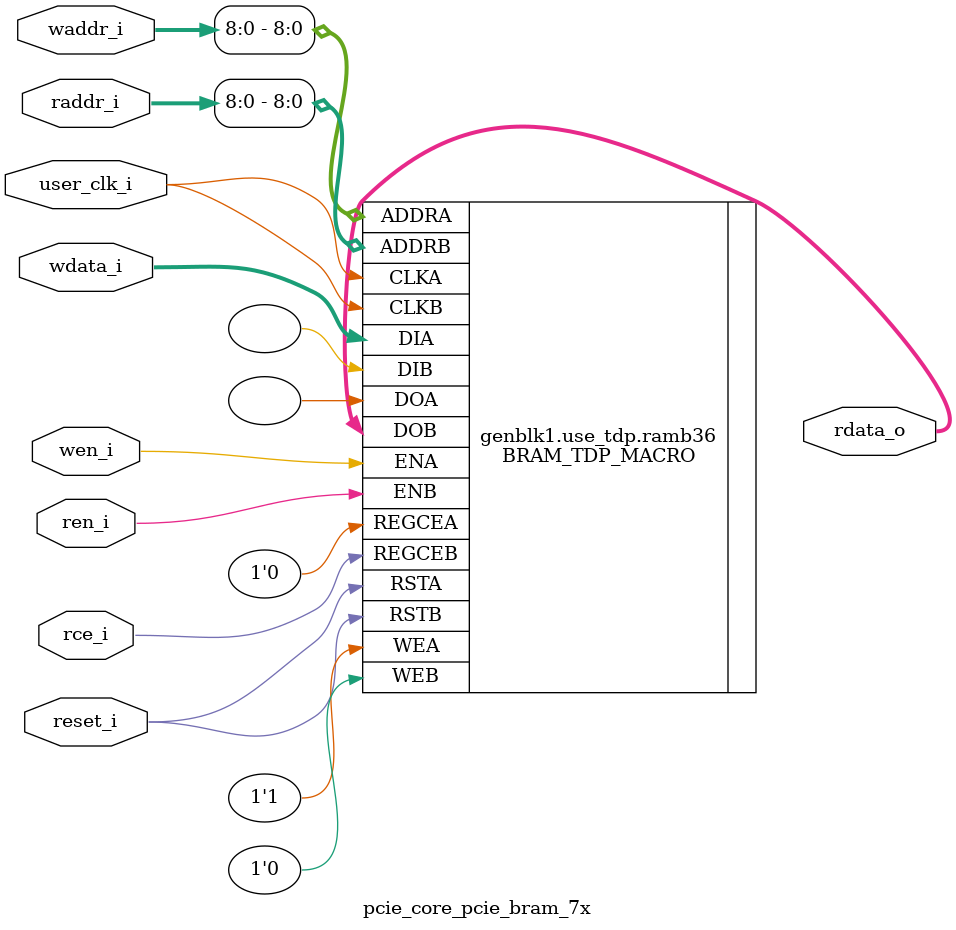
<source format=v>

`timescale 1ps/1ps

module pcie_core_pcie_bram_7x
  #(
    parameter [3:0]  LINK_CAP_MAX_LINK_SPEED = 4'h1,        // PCIe Link Speed : 1 - 2.5 GT/s; 2 - 5.0 GT/s
    parameter [5:0]  LINK_CAP_MAX_LINK_WIDTH = 6'h08,       // PCIe Link Width : 1 / 2 / 4 / 8
    parameter IMPL_TARGET = "HARD",                         // the implementation target : HARD, SOFT
    parameter DOB_REG = 0,                                  // 1 - use the output register;
                                                            // 0 - don't use the output register
    parameter WIDTH = 0                                     // supported WIDTH's : 4, 9, 18, 36 - uses RAMB36
                                                            //                     72 - uses RAMB36SDP
    )
    (
     input               user_clk_i,// user clock
     input               reset_i,   // bram reset

     input               wen_i,     // write enable
     input [12:0]        waddr_i,   // write address
     input [WIDTH - 1:0] wdata_i,   // write data

     input               ren_i,     // read enable
     input               rce_i,     // output register clock enable
     input [12:0]        raddr_i,   // read address

     output [WIDTH - 1:0] rdata_o   // read data
     );

   // map the address bits
   localparam ADDR_MSB = ((WIDTH == 4)  ? 12 :
                          (WIDTH == 9)  ? 11 :
                          (WIDTH == 18) ? 10 :
                          (WIDTH == 36) ?  9 :
                                           8
                          );

   // set the width of the tied off low address bits
   localparam ADDR_LO_BITS = ((WIDTH == 4)  ? 2 :
                              (WIDTH == 9)  ? 3 :
                              (WIDTH == 18) ? 4 :
                              (WIDTH == 36) ? 5 :
                                              0 // for WIDTH 72 use RAMB36SDP
                              );

   // map the data bits
   localparam D_MSB =  ((WIDTH == 4)  ?  3 :
                        (WIDTH == 9)  ?  7 :
                        (WIDTH == 18) ? 15 :
                        (WIDTH == 36) ? 31 :
                                        63
                        );

   // map the data parity bits
   localparam DP_LSB =  D_MSB + 1;

   localparam DP_MSB =  ((WIDTH == 4)  ? 4 :
                         (WIDTH == 9)  ? 8 :
                         (WIDTH == 18) ? 17 :
                         (WIDTH == 36) ? 35 :
                                         71
                        );

   localparam DPW = DP_MSB - DP_LSB + 1;
   localparam WRITE_MODE = ((WIDTH == 72) && (!((LINK_CAP_MAX_LINK_SPEED == 4'h2) && (LINK_CAP_MAX_LINK_WIDTH == 6'h08)))) ? "WRITE_FIRST" :
                           ((LINK_CAP_MAX_LINK_SPEED == 4'h2) && (LINK_CAP_MAX_LINK_WIDTH == 6'h08)) ? "WRITE_FIRST" : "NO_CHANGE";


   localparam DEVICE = (IMPL_TARGET == "HARD") ? "7SERIES" : "VIRTEX6";
   localparam BRAM_SIZE = "36Kb";

   localparam WE_WIDTH =(DEVICE == "VIRTEX5" || DEVICE == "VIRTEX6" || DEVICE == "7SERIES") ?
                            ((WIDTH <= 9) ? 1 :
                             (WIDTH > 9 && WIDTH <= 18) ? 2 :
                             (WIDTH > 18 && WIDTH <= 36) ? 4 :
                             (WIDTH > 36 && WIDTH <= 72) ? 8 :
                             (BRAM_SIZE == "18Kb") ? 4 : 8 ) : 8;

   //synthesis translate_off
   initial begin
      //$display("[%t] %m DOB_REG %0d WIDTH %0d ADDR_MSB %0d ADDR_LO_BITS %0d DP_MSB %0d DP_LSB %0d D_MSB %0d",
      //          $time, DOB_REG,   WIDTH,    ADDR_MSB,    ADDR_LO_BITS,    DP_MSB,    DP_LSB,    D_MSB);

      case (WIDTH)
        4,9,18,36,72:;
        default:
          begin
             $display("[%t] %m Error WIDTH %0d not supported", $time, WIDTH);
             $finish;
          end
      endcase // case (WIDTH)
   end
   //synthesis translate_on

   generate
   if ((LINK_CAP_MAX_LINK_WIDTH == 6'h08 && LINK_CAP_MAX_LINK_SPEED == 4'h2) || (WIDTH == 72)) begin : use_sdp
        BRAM_SDP_MACRO #(
               .DEVICE        (DEVICE),
               .BRAM_SIZE     (BRAM_SIZE),
               .DO_REG        (DOB_REG),
               .READ_WIDTH    (WIDTH),
               .WRITE_WIDTH   (WIDTH),
               .WRITE_MODE    (WRITE_MODE)
               )
        ramb36sdp(
               .DO             (rdata_o[WIDTH-1:0]),
               .DI             (wdata_i[WIDTH-1:0]),
               .RDADDR         (raddr_i[ADDR_MSB:0]),
               .RDCLK          (user_clk_i),
               .RDEN           (ren_i),
               .REGCE          (rce_i),
               .RST            (reset_i),
               .WE             ({WE_WIDTH{1'b1}}),
               .WRADDR         (waddr_i[ADDR_MSB:0]),
               .WRCLK          (user_clk_i),
               .WREN           (wen_i)
               );

    end  // block: use_sdp
    else if (WIDTH <= 36) begin : use_tdp
    // use RAMB36's if the width is 4, 9, 18, or 36
        BRAM_TDP_MACRO #(
               .DEVICE        (DEVICE),
               .BRAM_SIZE     (BRAM_SIZE),
               .DOA_REG       (0),
               .DOB_REG       (DOB_REG),
               .READ_WIDTH_A  (WIDTH),
               .READ_WIDTH_B  (WIDTH),
               .WRITE_WIDTH_A (WIDTH),
               .WRITE_WIDTH_B (WIDTH),
               .WRITE_MODE_A  (WRITE_MODE)
               )
        ramb36(
               .DOA            (),
               .DOB            (rdata_o[WIDTH-1:0]),
               .ADDRA          (waddr_i[ADDR_MSB:0]),
               .ADDRB          (raddr_i[ADDR_MSB:0]),
               .CLKA           (user_clk_i),
               .CLKB           (user_clk_i),
               .DIA            (wdata_i[WIDTH-1:0]),
               .DIB            ({WIDTH{1'b0}}),
               .ENA            (wen_i),
               .ENB            (ren_i),
               .REGCEA         (1'b0),
               .REGCEB         (rce_i),
               .RSTA           (reset_i),
               .RSTB           (reset_i),
               .WEA            ({WE_WIDTH{1'b1}}),
               .WEB            ({WE_WIDTH{1'b0}})
               );
   end // block: use_tdp
   endgenerate

endmodule // pcie_bram_7x


</source>
